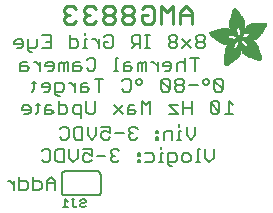
<source format=gbr>
G04 EAGLE Gerber RS-274X export*
G75*
%MOMM*%
%FSLAX34Y34*%
%LPD*%
%INSilkscreen Bottom*%
%IPPOS*%
%AMOC8*
5,1,8,0,0,1.08239X$1,22.5*%
G01*
%ADD10C,0.254000*%
%ADD11C,0.177800*%
%ADD12C,0.203200*%
%ADD13C,0.152400*%
%ADD14R,0.068600X0.007600*%
%ADD15R,0.114300X0.007600*%
%ADD16R,0.152400X0.007700*%
%ADD17R,0.182900X0.007600*%
%ADD18R,0.205700X0.007600*%
%ADD19R,0.228600X0.007600*%
%ADD20R,0.259100X0.007600*%
%ADD21R,0.274300X0.007700*%
%ADD22R,0.289500X0.007600*%
%ADD23R,0.304800X0.007600*%
%ADD24R,0.320100X0.007600*%
%ADD25R,0.342900X0.007600*%
%ADD26R,0.350500X0.007700*%
%ADD27R,0.365800X0.007600*%
%ADD28R,0.381000X0.007600*%
%ADD29R,0.388600X0.007600*%
%ADD30R,0.403800X0.007600*%
%ADD31R,0.419100X0.007700*%
%ADD32R,0.426700X0.007600*%
%ADD33R,0.441900X0.007600*%
%ADD34R,0.449600X0.007600*%
%ADD35R,0.464800X0.007600*%
%ADD36R,0.480000X0.007700*%
%ADD37R,0.487600X0.007600*%
%ADD38R,0.495300X0.007600*%
%ADD39R,0.510500X0.007600*%
%ADD40R,0.518100X0.007600*%
%ADD41R,0.525700X0.007700*%
%ADD42R,0.541000X0.007600*%
%ADD43R,0.548600X0.007600*%
%ADD44R,0.563800X0.007600*%
%ADD45R,0.571500X0.007600*%
%ADD46R,0.579100X0.007700*%
%ADD47R,0.594300X0.007600*%
%ADD48R,0.601900X0.007600*%
%ADD49R,0.609600X0.007600*%
%ADD50R,0.624800X0.007600*%
%ADD51R,0.632400X0.007700*%
%ADD52R,0.640000X0.007600*%
%ADD53R,0.655300X0.007600*%
%ADD54R,0.662900X0.007600*%
%ADD55R,0.678100X0.007600*%
%ADD56R,0.685800X0.007700*%
%ADD57R,0.693400X0.007600*%
%ADD58R,0.708600X0.007600*%
%ADD59R,0.716200X0.007600*%
%ADD60R,0.723900X0.007600*%
%ADD61R,0.739100X0.007700*%
%ADD62R,0.746700X0.007600*%
%ADD63R,0.754300X0.007600*%
%ADD64R,0.769600X0.007600*%
%ADD65R,0.777200X0.007600*%
%ADD66R,0.792400X0.007700*%
%ADD67R,0.800100X0.007600*%
%ADD68R,0.807700X0.007600*%
%ADD69R,0.822900X0.007600*%
%ADD70R,0.830500X0.007600*%
%ADD71R,0.838200X0.007700*%
%ADD72R,0.091500X0.007600*%
%ADD73R,0.853400X0.007600*%
%ADD74R,0.144700X0.007600*%
%ADD75R,0.861000X0.007600*%
%ADD76R,0.190500X0.007600*%
%ADD77R,0.876300X0.007600*%
%ADD78R,0.221000X0.007600*%
%ADD79R,0.883900X0.007600*%
%ADD80R,0.259000X0.007700*%
%ADD81R,0.891500X0.007700*%
%ADD82R,0.289600X0.007600*%
%ADD83R,0.906700X0.007600*%
%ADD84R,0.914400X0.007600*%
%ADD85R,0.350500X0.007600*%
%ADD86R,0.922000X0.007600*%
%ADD87R,0.937200X0.007600*%
%ADD88R,0.411400X0.007700*%
%ADD89R,0.944800X0.007700*%
%ADD90R,0.434300X0.007600*%
%ADD91R,0.952500X0.007600*%
%ADD92R,0.464900X0.007600*%
%ADD93R,0.967700X0.007600*%
%ADD94R,0.975300X0.007600*%
%ADD95R,0.518200X0.007600*%
%ADD96R,0.990600X0.007600*%
%ADD97R,0.548600X0.007700*%
%ADD98R,0.998200X0.007700*%
%ADD99R,1.005800X0.007600*%
%ADD100R,0.594400X0.007600*%
%ADD101R,1.021000X0.007600*%
%ADD102R,0.617200X0.007600*%
%ADD103R,1.028700X0.007600*%
%ADD104R,0.647700X0.007600*%
%ADD105R,1.036300X0.007600*%
%ADD106R,0.670500X0.007700*%
%ADD107R,1.051500X0.007700*%
%ADD108R,1.059100X0.007600*%
%ADD109R,0.716300X0.007600*%
%ADD110R,1.066800X0.007600*%
%ADD111R,0.739100X0.007600*%
%ADD112R,1.074400X0.007600*%
%ADD113R,0.762000X0.007600*%
%ADD114R,1.089600X0.007600*%
%ADD115R,0.784800X0.007700*%
%ADD116R,1.097200X0.007700*%
%ADD117R,1.104900X0.007600*%
%ADD118R,0.830600X0.007600*%
%ADD119R,1.112500X0.007600*%
%ADD120R,0.845800X0.007600*%
%ADD121R,1.120100X0.007600*%
%ADD122R,0.868700X0.007600*%
%ADD123R,1.127700X0.007600*%
%ADD124R,1.135300X0.007700*%
%ADD125R,1.143000X0.007600*%
%ADD126R,0.944900X0.007600*%
%ADD127R,1.150600X0.007600*%
%ADD128R,0.960100X0.007600*%
%ADD129R,1.158200X0.007600*%
%ADD130R,0.983000X0.007600*%
%ADD131R,1.165800X0.007600*%
%ADD132R,1.005900X0.007700*%
%ADD133R,1.173400X0.007700*%
%ADD134R,1.021100X0.007600*%
%ADD135R,1.181100X0.007600*%
%ADD136R,1.044000X0.007600*%
%ADD137R,1.188700X0.007600*%
%ADD138R,1.196300X0.007600*%
%ADD139R,1.082000X0.007600*%
%ADD140R,1.203900X0.007600*%
%ADD141R,1.104900X0.007700*%
%ADD142R,1.211500X0.007700*%
%ADD143R,1.211500X0.007600*%
%ADD144R,1.219200X0.007600*%
%ADD145R,1.226800X0.007600*%
%ADD146R,1.234400X0.007600*%
%ADD147R,1.188700X0.007700*%
%ADD148R,1.242000X0.007700*%
%ADD149R,1.242000X0.007600*%
%ADD150R,1.211600X0.007600*%
%ADD151R,1.249600X0.007600*%
%ADD152R,1.257300X0.007600*%
%ADD153R,1.264900X0.007600*%
%ADD154R,1.242100X0.007700*%
%ADD155R,1.264900X0.007700*%
%ADD156R,1.272500X0.007600*%
%ADD157R,1.265000X0.007600*%
%ADD158R,1.280100X0.007600*%
%ADD159R,1.272600X0.007600*%
%ADD160R,1.287700X0.007600*%
%ADD161R,1.287800X0.007600*%
%ADD162R,1.295400X0.007700*%
%ADD163R,1.303000X0.007600*%
%ADD164R,1.318200X0.007600*%
%ADD165R,1.310600X0.007600*%
%ADD166R,1.325900X0.007600*%
%ADD167R,1.341100X0.007700*%
%ADD168R,1.318200X0.007700*%
%ADD169R,1.341100X0.007600*%
%ADD170R,1.325800X0.007600*%
%ADD171R,1.348700X0.007600*%
%ADD172R,1.364000X0.007600*%
%ADD173R,1.333500X0.007600*%
%ADD174R,1.371600X0.007700*%
%ADD175R,1.379200X0.007600*%
%ADD176R,1.379300X0.007600*%
%ADD177R,1.386900X0.007600*%
%ADD178R,1.394500X0.007600*%
%ADD179R,1.356300X0.007600*%
%ADD180R,1.394400X0.007700*%
%ADD181R,1.356300X0.007700*%
%ADD182R,1.402000X0.007600*%
%ADD183R,1.409700X0.007600*%
%ADD184R,1.363900X0.007600*%
%ADD185R,1.417300X0.007600*%
%ADD186R,1.371600X0.007600*%
%ADD187R,1.424900X0.007700*%
%ADD188R,1.424900X0.007600*%
%ADD189R,1.432600X0.007600*%
%ADD190R,1.440200X0.007600*%
%ADD191R,1.386800X0.007600*%
%ADD192R,1.447800X0.007700*%
%ADD193R,1.386800X0.007700*%
%ADD194R,1.447800X0.007600*%
%ADD195R,1.455500X0.007600*%
%ADD196R,1.394400X0.007600*%
%ADD197R,1.463100X0.007600*%
%ADD198R,1.455400X0.007700*%
%ADD199R,1.463000X0.007600*%
%ADD200R,1.470600X0.007600*%
%ADD201R,1.470600X0.007700*%
%ADD202R,1.409700X0.007700*%
%ADD203R,1.470700X0.007600*%
%ADD204R,1.402100X0.007600*%
%ADD205R,1.478300X0.007600*%
%ADD206R,1.478300X0.007700*%
%ADD207R,1.402100X0.007700*%
%ADD208R,1.485900X0.007600*%
%ADD209R,1.485900X0.007700*%
%ADD210R,1.493500X0.007700*%
%ADD211R,1.493500X0.007600*%
%ADD212R,1.394500X0.007700*%
%ADD213R,1.493600X0.007700*%
%ADD214R,1.386900X0.007700*%
%ADD215R,1.379200X0.007700*%
%ADD216R,2.857500X0.007700*%
%ADD217R,2.857500X0.007600*%
%ADD218R,2.849900X0.007600*%
%ADD219R,2.842300X0.007600*%
%ADD220R,2.834700X0.007700*%
%ADD221R,2.827000X0.007600*%
%ADD222R,2.819400X0.007600*%
%ADD223R,2.811800X0.007600*%
%ADD224R,2.811800X0.007700*%
%ADD225R,2.804100X0.007600*%
%ADD226R,2.796500X0.007600*%
%ADD227R,1.966000X0.007600*%
%ADD228R,1.943100X0.007600*%
%ADD229R,0.754400X0.007600*%
%ADD230R,1.927900X0.007700*%
%ADD231R,0.746700X0.007700*%
%ADD232R,1.912600X0.007600*%
%ADD233R,0.731500X0.007600*%
%ADD234R,1.905000X0.007600*%
%ADD235R,1.882200X0.007600*%
%ADD236R,1.874600X0.007600*%
%ADD237R,1.866900X0.007700*%
%ADD238R,0.708700X0.007700*%
%ADD239R,1.851600X0.007600*%
%ADD240R,0.701100X0.007600*%
%ADD241R,1.844000X0.007600*%
%ADD242R,1.836400X0.007600*%
%ADD243R,1.821200X0.007600*%
%ADD244R,0.685800X0.007600*%
%ADD245R,1.813500X0.007700*%
%ADD246R,1.805900X0.007600*%
%ADD247R,0.678200X0.007600*%
%ADD248R,1.790700X0.007600*%
%ADD249R,0.670600X0.007600*%
%ADD250R,1.775500X0.007600*%
%ADD251R,1.767900X0.007700*%
%ADD252R,0.663000X0.007700*%
%ADD253R,1.760200X0.007600*%
%ADD254R,1.752600X0.007600*%
%ADD255R,0.937300X0.007600*%
%ADD256R,0.792500X0.007600*%
%ADD257R,0.899100X0.007600*%
%ADD258R,0.883900X0.007700*%
%ADD259R,0.716300X0.007700*%
%ADD260R,0.647700X0.007700*%
%ADD261R,0.640100X0.007600*%
%ADD262R,0.632500X0.007600*%
%ADD263R,0.655400X0.007600*%
%ADD264R,0.632400X0.007600*%
%ADD265R,0.845800X0.007700*%
%ADD266R,0.617200X0.007700*%
%ADD267R,0.624800X0.007700*%
%ADD268R,0.602000X0.007600*%
%ADD269R,0.838200X0.007600*%
%ADD270R,0.586700X0.007600*%
%ADD271R,0.548700X0.007600*%
%ADD272R,0.830500X0.007700*%
%ADD273R,0.541000X0.007700*%
%ADD274R,0.594300X0.007700*%
%ADD275R,0.525800X0.007600*%
%ADD276R,0.586800X0.007600*%
%ADD277R,0.815300X0.007600*%
%ADD278R,0.579200X0.007600*%
%ADD279R,0.815400X0.007600*%
%ADD280R,0.815400X0.007700*%
%ADD281R,0.571500X0.007700*%
%ADD282R,0.807800X0.007600*%
%ADD283R,0.563900X0.007600*%
%ADD284R,0.457200X0.007600*%
%ADD285R,0.442000X0.007600*%
%ADD286R,0.556300X0.007600*%
%ADD287R,0.807700X0.007700*%
%ADD288R,0.411500X0.007600*%
%ADD289R,0.533400X0.007600*%
%ADD290R,0.076200X0.007600*%
%ADD291R,0.403900X0.007600*%
%ADD292R,0.525700X0.007600*%
%ADD293R,0.388700X0.007600*%
%ADD294R,0.297200X0.007600*%
%ADD295R,0.373400X0.007700*%
%ADD296R,0.503000X0.007700*%
%ADD297R,0.426800X0.007700*%
%ADD298R,0.358100X0.007600*%
%ADD299R,0.502900X0.007600*%
%ADD300R,0.472400X0.007600*%
%ADD301R,0.487700X0.007600*%
%ADD302R,0.335300X0.007600*%
%ADD303R,0.792500X0.007700*%
%ADD304R,0.327600X0.007700*%
%ADD305R,0.472400X0.007700*%
%ADD306R,0.640000X0.007700*%
%ADD307R,0.784800X0.007600*%
%ADD308R,0.320000X0.007600*%
%ADD309R,0.792400X0.007600*%
%ADD310R,1.173400X0.007600*%
%ADD311R,1.196400X0.007600*%
%ADD312R,0.784900X0.007600*%
%ADD313R,0.784900X0.007700*%
%ADD314R,0.297200X0.007700*%
%ADD315R,1.249700X0.007600*%
%ADD316R,0.281900X0.007600*%
%ADD317R,1.295400X0.007600*%
%ADD318R,0.266700X0.007600*%
%ADD319R,0.777300X0.007700*%
%ADD320R,0.266700X0.007700*%
%ADD321R,1.333500X0.007700*%
%ADD322R,0.777300X0.007600*%
%ADD323R,1.348800X0.007600*%
%ADD324R,0.251500X0.007600*%
%ADD325R,0.243900X0.007700*%
%ADD326R,0.243900X0.007600*%
%ADD327R,1.440100X0.007600*%
%ADD328R,0.236200X0.007600*%
%ADD329R,0.762000X0.007700*%
%ADD330R,0.236200X0.007700*%
%ADD331R,1.508700X0.007700*%
%ADD332R,1.531600X0.007600*%
%ADD333R,1.546900X0.007600*%
%ADD334R,1.569700X0.007600*%
%ADD335R,1.585000X0.007600*%
%ADD336R,0.746800X0.007700*%
%ADD337R,1.607800X0.007700*%
%ADD338R,0.243800X0.007600*%
%ADD339R,1.630700X0.007600*%
%ADD340R,1.653500X0.007600*%
%ADD341R,0.739200X0.007600*%
%ADD342R,1.684000X0.007600*%
%ADD343R,2.019300X0.007600*%
%ADD344R,0.731500X0.007700*%
%ADD345R,2.026900X0.007700*%
%ADD346R,2.049800X0.007600*%
%ADD347R,2.057400X0.007600*%
%ADD348R,0.708700X0.007600*%
%ADD349R,2.072600X0.007600*%
%ADD350R,0.701000X0.007600*%
%ADD351R,2.095500X0.007600*%
%ADD352R,0.693500X0.007700*%
%ADD353R,2.110800X0.007700*%
%ADD354R,2.141200X0.007600*%
%ADD355R,0.060900X0.007600*%
%ADD356R,2.872700X0.007600*%
%ADD357R,3.124200X0.007600*%
%ADD358R,3.177600X0.007600*%
%ADD359R,3.215600X0.007700*%
%ADD360R,3.253700X0.007600*%
%ADD361R,3.284300X0.007600*%
%ADD362R,3.314700X0.007600*%
%ADD363R,3.352800X0.007600*%
%ADD364R,3.375600X0.007700*%
%ADD365R,3.406200X0.007600*%
%ADD366R,3.429000X0.007600*%
%ADD367R,3.451800X0.007600*%
%ADD368R,3.482400X0.007600*%
%ADD369R,1.828800X0.007700*%
%ADD370R,1.539300X0.007700*%
%ADD371R,1.767900X0.007600*%
%ADD372R,1.767800X0.007600*%
%ADD373R,1.760200X0.007700*%
%ADD374R,1.760300X0.007600*%
%ADD375R,1.775400X0.007700*%
%ADD376R,1.379300X0.007700*%
%ADD377R,1.783000X0.007600*%
%ADD378R,1.813500X0.007600*%
%ADD379R,1.821100X0.007700*%
%ADD380R,0.503000X0.007600*%
%ADD381R,1.135400X0.007600*%
%ADD382R,1.127700X0.007700*%
%ADD383R,0.487700X0.007700*%
%ADD384R,1.120200X0.007600*%
%ADD385R,1.097300X0.007600*%
%ADD386R,0.510600X0.007600*%
%ADD387R,1.074400X0.007700*%
%ADD388R,0.525800X0.007700*%
%ADD389R,1.440200X0.007700*%
%ADD390R,1.059200X0.007600*%
%ADD391R,1.051600X0.007600*%
%ADD392R,1.051500X0.007600*%
%ADD393R,1.043900X0.007700*%
%ADD394R,0.602000X0.007700*%
%ADD395R,1.524000X0.007600*%
%ADD396R,1.539300X0.007600*%
%ADD397R,1.592600X0.007600*%
%ADD398R,1.021100X0.007700*%
%ADD399R,1.615400X0.007700*%
%ADD400R,1.013400X0.007600*%
%ADD401R,1.653600X0.007600*%
%ADD402R,1.013500X0.007600*%
%ADD403R,1.699300X0.007600*%
%ADD404R,2.743200X0.007600*%
%ADD405R,1.005900X0.007600*%
%ADD406R,2.415500X0.007600*%
%ADD407R,1.005800X0.007700*%
%ADD408R,0.281900X0.007700*%
%ADD409R,2.408000X0.007700*%
%ADD410R,2.407900X0.007600*%
%ADD411R,0.998200X0.007600*%
%ADD412R,0.282000X0.007600*%
%ADD413R,0.998300X0.007600*%
%ADD414R,2.400300X0.007600*%
%ADD415R,0.289500X0.007700*%
%ADD416R,2.400300X0.007700*%
%ADD417R,0.297100X0.007600*%
%ADD418R,0.312400X0.007600*%
%ADD419R,2.392700X0.007600*%
%ADD420R,0.990600X0.007700*%
%ADD421R,0.327700X0.007700*%
%ADD422R,2.392700X0.007700*%
%ADD423R,2.385100X0.007600*%
%ADD424R,0.381000X0.007700*%
%ADD425R,2.377400X0.007700*%
%ADD426R,2.377400X0.007600*%
%ADD427R,2.369800X0.007600*%
%ADD428R,0.419100X0.007600*%
%ADD429R,2.362200X0.007600*%
%ADD430R,0.426800X0.007600*%
%ADD431R,1.036300X0.007700*%
%ADD432R,0.442000X0.007700*%
%ADD433R,2.354600X0.007700*%
%ADD434R,2.354600X0.007600*%
%ADD435R,0.480100X0.007600*%
%ADD436R,2.347000X0.007600*%
%ADD437R,1.074500X0.007600*%
%ADD438R,2.339400X0.007600*%
%ADD439R,1.082100X0.007700*%
%ADD440R,0.548700X0.007700*%
%ADD441R,2.331800X0.007700*%
%ADD442R,2.331800X0.007600*%
%ADD443R,0.624900X0.007600*%
%ADD444R,2.324100X0.007600*%
%ADD445R,1.859300X0.007600*%
%ADD446R,2.308800X0.007600*%
%ADD447R,2.301200X0.007700*%
%ADD448R,2.301200X0.007600*%
%ADD449R,2.293600X0.007600*%
%ADD450R,2.278400X0.007600*%
%ADD451R,1.889800X0.007600*%
%ADD452R,2.270700X0.007600*%
%ADD453R,1.897400X0.007700*%
%ADD454R,2.255500X0.007700*%
%ADD455R,1.897400X0.007600*%
%ADD456R,2.247900X0.007600*%
%ADD457R,2.232600X0.007600*%
%ADD458R,1.912700X0.007600*%
%ADD459R,2.209800X0.007600*%
%ADD460R,1.920300X0.007600*%
%ADD461R,2.186900X0.007600*%
%ADD462R,1.920300X0.007700*%
%ADD463R,2.171700X0.007700*%
%ADD464R,1.935500X0.007600*%
%ADD465R,2.148800X0.007600*%
%ADD466R,2.126000X0.007600*%
%ADD467R,1.950700X0.007600*%
%ADD468R,1.958400X0.007700*%
%ADD469R,2.042200X0.007700*%
%ADD470R,1.973600X0.007600*%
%ADD471R,1.996500X0.007600*%
%ADD472R,1.981200X0.007600*%
%ADD473R,1.988800X0.007600*%
%ADD474R,1.996400X0.007700*%
%ADD475R,1.996400X0.007600*%
%ADD476R,2.004100X0.007600*%
%ADD477R,1.874500X0.007600*%
%ADD478R,1.425000X0.007600*%
%ADD479R,2.026900X0.007600*%
%ADD480R,0.434400X0.007700*%
%ADD481R,1.364000X0.007700*%
%ADD482R,2.034500X0.007600*%
%ADD483R,0.434400X0.007600*%
%ADD484R,2.049700X0.007600*%
%ADD485R,2.065000X0.007700*%
%ADD486R,0.464800X0.007700*%
%ADD487R,1.196300X0.007700*%
%ADD488R,2.080300X0.007600*%
%ADD489R,1.158300X0.007600*%
%ADD490R,2.087900X0.007600*%
%ADD491R,0.472500X0.007600*%
%ADD492R,2.103100X0.007600*%
%ADD493R,2.118400X0.007600*%
%ADD494R,2.133600X0.007600*%
%ADD495R,2.148800X0.007700*%
%ADD496R,2.164000X0.007600*%
%ADD497R,2.171700X0.007600*%
%ADD498R,2.187000X0.007600*%
%ADD499R,0.556200X0.007600*%
%ADD500R,2.202200X0.007700*%
%ADD501R,0.556200X0.007700*%
%ADD502R,0.640100X0.007700*%
%ADD503R,0.579100X0.007600*%
%ADD504R,0.480000X0.007600*%
%ADD505R,1.752600X0.007700*%
%ADD506R,0.487600X0.007700*%
%ADD507R,0.594400X0.007700*%
%ADD508R,0.358100X0.007700*%
%ADD509R,0.099000X0.007600*%
%ADD510R,1.280200X0.007600*%
%ADD511R,1.745000X0.007600*%
%ADD512R,1.744900X0.007600*%
%ADD513R,1.737300X0.007700*%
%ADD514R,1.737400X0.007600*%
%ADD515R,1.729800X0.007600*%
%ADD516R,1.722200X0.007600*%
%ADD517R,1.722100X0.007600*%
%ADD518R,1.714500X0.007700*%
%ADD519R,1.356400X0.007700*%
%ADD520R,1.706900X0.007600*%
%ADD521R,1.356400X0.007600*%
%ADD522R,1.691700X0.007600*%
%ADD523R,1.668800X0.007700*%
%ADD524R,1.645900X0.007600*%
%ADD525R,1.623100X0.007600*%
%ADD526R,1.577400X0.007600*%
%ADD527R,1.554400X0.007600*%
%ADD528R,1.539200X0.007600*%
%ADD529R,1.524000X0.007700*%
%ADD530R,1.501100X0.007600*%
%ADD531R,1.455400X0.007600*%
%ADD532R,1.348800X0.007700*%
%ADD533R,1.318300X0.007600*%
%ADD534R,1.310600X0.007700*%
%ADD535R,1.287800X0.007700*%
%ADD536R,1.234500X0.007600*%
%ADD537R,1.226900X0.007600*%
%ADD538R,1.173500X0.007700*%
%ADD539R,1.173500X0.007600*%
%ADD540R,1.165900X0.007600*%
%ADD541R,1.143000X0.007700*%
%ADD542R,1.127800X0.007600*%
%ADD543R,1.097200X0.007600*%
%ADD544R,1.028700X0.007700*%
%ADD545R,0.982900X0.007600*%
%ADD546R,0.952500X0.007700*%
%ADD547R,0.929600X0.007600*%
%ADD548R,0.906800X0.007700*%
%ADD549R,0.906800X0.007600*%
%ADD550R,0.899200X0.007600*%
%ADD551R,0.884000X0.007600*%
%ADD552R,0.876300X0.007700*%
%ADD553R,0.830600X0.007700*%
%ADD554R,0.754400X0.007700*%
%ADD555R,0.746800X0.007600*%
%ADD556R,0.708600X0.007700*%
%ADD557R,0.678200X0.007700*%
%ADD558R,0.663000X0.007600*%
%ADD559R,0.632500X0.007700*%
%ADD560R,0.556300X0.007700*%
%ADD561R,0.518200X0.007700*%
%ADD562R,0.434300X0.007700*%
%ADD563R,0.396300X0.007700*%
%ADD564R,0.373300X0.007600*%
%ADD565R,0.365700X0.007600*%
%ADD566R,0.327700X0.007600*%
%ADD567R,0.304800X0.007700*%
%ADD568R,0.274300X0.007600*%
%ADD569R,0.243800X0.007700*%
%ADD570R,0.205800X0.007600*%
%ADD571R,0.152400X0.007600*%
%ADD572R,0.121900X0.007700*%


D10*
X183031Y195580D02*
X183031Y205749D01*
X177946Y210833D01*
X172862Y205749D01*
X172862Y195580D01*
X172862Y203207D02*
X183031Y203207D01*
X166659Y210833D02*
X166659Y195580D01*
X161575Y205749D02*
X166659Y210833D01*
X161575Y205749D02*
X156490Y210833D01*
X156490Y195580D01*
X142661Y210833D02*
X140119Y208291D01*
X142661Y210833D02*
X147745Y210833D01*
X150287Y208291D01*
X150287Y198122D01*
X147745Y195580D01*
X142661Y195580D01*
X140119Y198122D01*
X140119Y203207D01*
X145203Y203207D01*
X133916Y208291D02*
X131374Y210833D01*
X126289Y210833D01*
X123747Y208291D01*
X123747Y205749D01*
X126289Y203207D01*
X123747Y200664D01*
X123747Y198122D01*
X126289Y195580D01*
X131374Y195580D01*
X133916Y198122D01*
X133916Y200664D01*
X131374Y203207D01*
X133916Y205749D01*
X133916Y208291D01*
X131374Y203207D02*
X126289Y203207D01*
X117544Y208291D02*
X115002Y210833D01*
X109918Y210833D01*
X107376Y208291D01*
X107376Y205749D01*
X109918Y203207D01*
X107376Y200664D01*
X107376Y198122D01*
X109918Y195580D01*
X115002Y195580D01*
X117544Y198122D01*
X117544Y200664D01*
X115002Y203207D01*
X117544Y205749D01*
X117544Y208291D01*
X115002Y203207D02*
X109918Y203207D01*
X101173Y208291D02*
X98631Y210833D01*
X93546Y210833D01*
X91004Y208291D01*
X91004Y205749D01*
X93546Y203207D01*
X96088Y203207D01*
X93546Y203207D02*
X91004Y200664D01*
X91004Y198122D01*
X93546Y195580D01*
X98631Y195580D01*
X101173Y198122D01*
X84801Y208291D02*
X82259Y210833D01*
X77175Y210833D01*
X74633Y208291D01*
X74633Y205749D01*
X77175Y203207D01*
X79717Y203207D01*
X77175Y203207D02*
X74633Y200664D01*
X74633Y198122D01*
X77175Y195580D01*
X82259Y195580D01*
X84801Y198122D01*
D11*
X191882Y186445D02*
X193703Y184623D01*
X191882Y186445D02*
X188238Y186445D01*
X186416Y184623D01*
X186416Y182802D01*
X188238Y180980D01*
X186416Y179158D01*
X186416Y177336D01*
X188238Y175514D01*
X191882Y175514D01*
X193703Y177336D01*
X193703Y179158D01*
X191882Y180980D01*
X193703Y182802D01*
X193703Y184623D01*
X191882Y180980D02*
X188238Y180980D01*
X182009Y182802D02*
X174722Y175514D01*
X182009Y175514D02*
X174722Y182802D01*
X170316Y184623D02*
X168494Y186445D01*
X164850Y186445D01*
X163028Y184623D01*
X163028Y182802D01*
X164850Y180980D01*
X163028Y179158D01*
X163028Y177336D01*
X164850Y175514D01*
X168494Y175514D01*
X170316Y177336D01*
X170316Y179158D01*
X168494Y180980D01*
X170316Y182802D01*
X170316Y184623D01*
X168494Y180980D02*
X164850Y180980D01*
X146928Y175514D02*
X143284Y175514D01*
X145106Y175514D02*
X145106Y186445D01*
X146928Y186445D02*
X143284Y186445D01*
X139132Y186445D02*
X139132Y175514D01*
X139132Y186445D02*
X133666Y186445D01*
X131844Y184623D01*
X131844Y180980D01*
X133666Y179158D01*
X139132Y179158D01*
X135488Y179158D02*
X131844Y175514D01*
X110278Y186445D02*
X108456Y184623D01*
X110278Y186445D02*
X113922Y186445D01*
X115744Y184623D01*
X115744Y177336D01*
X113922Y175514D01*
X110278Y175514D01*
X108456Y177336D01*
X108456Y180980D01*
X112100Y180980D01*
X104050Y182802D02*
X104050Y175514D01*
X104050Y179158D02*
X100406Y182802D01*
X98584Y182802D01*
X94305Y182802D02*
X92483Y182802D01*
X92483Y175514D01*
X94305Y175514D02*
X90661Y175514D01*
X92483Y186445D02*
X92483Y188267D01*
X79221Y186445D02*
X79221Y175514D01*
X84687Y175514D01*
X86509Y177336D01*
X86509Y180980D01*
X84687Y182802D01*
X79221Y182802D01*
X63121Y186445D02*
X55833Y186445D01*
X63121Y186445D02*
X63121Y175514D01*
X55833Y175514D01*
X59477Y180980D02*
X63121Y180980D01*
X51427Y182802D02*
X51427Y177336D01*
X49605Y175514D01*
X44139Y175514D01*
X44139Y173692D02*
X44139Y182802D01*
X44139Y173692D02*
X45961Y171870D01*
X47783Y171870D01*
X37911Y175514D02*
X34267Y175514D01*
X37911Y175514D02*
X39733Y177336D01*
X39733Y180980D01*
X37911Y182802D01*
X34267Y182802D01*
X32445Y180980D01*
X32445Y179158D01*
X39733Y179158D01*
X185187Y167395D02*
X185187Y156464D01*
X188831Y167395D02*
X181543Y167395D01*
X177137Y167395D02*
X177137Y156464D01*
X177137Y161930D02*
X175315Y163752D01*
X171671Y163752D01*
X169849Y161930D01*
X169849Y156464D01*
X163621Y156464D02*
X159977Y156464D01*
X163621Y156464D02*
X165443Y158286D01*
X165443Y161930D01*
X163621Y163752D01*
X159977Y163752D01*
X158155Y161930D01*
X158155Y160108D01*
X165443Y160108D01*
X153749Y156464D02*
X153749Y163752D01*
X153749Y160108D02*
X150105Y163752D01*
X148283Y163752D01*
X144004Y163752D02*
X144004Y156464D01*
X144004Y163752D02*
X142182Y163752D01*
X140360Y161930D01*
X140360Y156464D01*
X140360Y161930D02*
X138538Y163752D01*
X136717Y161930D01*
X136717Y156464D01*
X130488Y163752D02*
X126844Y163752D01*
X125023Y161930D01*
X125023Y156464D01*
X130488Y156464D01*
X132310Y158286D01*
X130488Y160108D01*
X125023Y160108D01*
X120616Y167395D02*
X118794Y167395D01*
X118794Y156464D01*
X120616Y156464D02*
X116972Y156464D01*
X95661Y167395D02*
X93839Y165573D01*
X95661Y167395D02*
X99304Y167395D01*
X101126Y165573D01*
X101126Y158286D01*
X99304Y156464D01*
X95661Y156464D01*
X93839Y158286D01*
X87610Y163752D02*
X83967Y163752D01*
X82145Y161930D01*
X82145Y156464D01*
X87610Y156464D01*
X89432Y158286D01*
X87610Y160108D01*
X82145Y160108D01*
X77738Y156464D02*
X77738Y163752D01*
X75916Y163752D01*
X74095Y161930D01*
X74095Y156464D01*
X74095Y161930D02*
X72273Y163752D01*
X70451Y161930D01*
X70451Y156464D01*
X64222Y156464D02*
X60579Y156464D01*
X64222Y156464D02*
X66044Y158286D01*
X66044Y161930D01*
X64222Y163752D01*
X60579Y163752D01*
X58757Y161930D01*
X58757Y160108D01*
X66044Y160108D01*
X54350Y156464D02*
X54350Y163752D01*
X50707Y163752D02*
X54350Y160108D01*
X50707Y163752D02*
X48885Y163752D01*
X42783Y163752D02*
X39140Y163752D01*
X37318Y161930D01*
X37318Y156464D01*
X42783Y156464D01*
X44605Y158286D01*
X42783Y160108D01*
X37318Y160108D01*
X208943Y147793D02*
X208943Y140506D01*
X208943Y147793D02*
X207122Y149615D01*
X203478Y149615D01*
X201656Y147793D01*
X201656Y140506D01*
X203478Y138684D01*
X207122Y138684D01*
X208943Y140506D01*
X201656Y147793D01*
X195428Y149615D02*
X193606Y149615D01*
X191784Y147793D01*
X191784Y145972D01*
X193606Y144150D01*
X195428Y144150D01*
X197249Y145972D01*
X197249Y147793D01*
X195428Y149615D01*
X187505Y144150D02*
X180217Y144150D01*
X175811Y147793D02*
X173989Y149615D01*
X170345Y149615D01*
X168523Y147793D01*
X168523Y145972D01*
X170345Y144150D01*
X168523Y142328D01*
X168523Y140506D01*
X170345Y138684D01*
X173989Y138684D01*
X175811Y140506D01*
X175811Y142328D01*
X173989Y144150D01*
X175811Y145972D01*
X175811Y147793D01*
X173989Y144150D02*
X170345Y144150D01*
X164117Y140506D02*
X164117Y147793D01*
X162295Y149615D01*
X158651Y149615D01*
X156829Y147793D01*
X156829Y140506D01*
X158651Y138684D01*
X162295Y138684D01*
X164117Y140506D01*
X156829Y147793D01*
X138907Y149615D02*
X137085Y149615D01*
X135263Y147793D01*
X135263Y145972D01*
X137085Y144150D01*
X138907Y144150D01*
X140729Y145972D01*
X140729Y147793D01*
X138907Y149615D01*
X125518Y149615D02*
X123696Y147793D01*
X125518Y149615D02*
X129162Y149615D01*
X130984Y147793D01*
X130984Y140506D01*
X129162Y138684D01*
X125518Y138684D01*
X123696Y140506D01*
X103952Y138684D02*
X103952Y149615D01*
X107596Y149615D02*
X100308Y149615D01*
X94080Y145972D02*
X90436Y145972D01*
X88614Y144150D01*
X88614Y138684D01*
X94080Y138684D01*
X95902Y140506D01*
X94080Y142328D01*
X88614Y142328D01*
X84208Y138684D02*
X84208Y145972D01*
X84208Y142328D02*
X80564Y145972D01*
X78742Y145972D01*
X70819Y135040D02*
X68997Y135040D01*
X67175Y136862D01*
X67175Y145972D01*
X72641Y145972D01*
X74463Y144150D01*
X74463Y140506D01*
X72641Y138684D01*
X67175Y138684D01*
X60947Y138684D02*
X57303Y138684D01*
X60947Y138684D02*
X62769Y140506D01*
X62769Y144150D01*
X60947Y145972D01*
X57303Y145972D01*
X55481Y144150D01*
X55481Y142328D01*
X62769Y142328D01*
X49253Y140506D02*
X49253Y147793D01*
X49253Y140506D02*
X47431Y138684D01*
X47431Y145972D02*
X51075Y145972D01*
X214070Y130565D02*
X217714Y126922D01*
X214070Y130565D02*
X214070Y119634D01*
X217714Y119634D02*
X210426Y119634D01*
X206020Y121456D02*
X206020Y128743D01*
X204198Y130565D01*
X200554Y130565D01*
X198732Y128743D01*
X198732Y121456D01*
X200554Y119634D01*
X204198Y119634D01*
X206020Y121456D01*
X198732Y128743D01*
X182632Y130565D02*
X182632Y119634D01*
X182632Y125100D02*
X175345Y125100D01*
X175345Y130565D02*
X175345Y119634D01*
X170938Y126922D02*
X163651Y126922D01*
X170938Y119634D01*
X163651Y119634D01*
X147550Y119634D02*
X147550Y130565D01*
X143906Y126922D01*
X140263Y130565D01*
X140263Y119634D01*
X134034Y126922D02*
X130391Y126922D01*
X128569Y125100D01*
X128569Y119634D01*
X134034Y119634D01*
X135856Y121456D01*
X134034Y123278D01*
X128569Y123278D01*
X124162Y126922D02*
X116875Y119634D01*
X124162Y119634D02*
X116875Y126922D01*
X100774Y130565D02*
X100774Y121456D01*
X98952Y119634D01*
X95309Y119634D01*
X93487Y121456D01*
X93487Y130565D01*
X89080Y126922D02*
X89080Y115990D01*
X89080Y126922D02*
X83615Y126922D01*
X81793Y125100D01*
X81793Y121456D01*
X83615Y119634D01*
X89080Y119634D01*
X70099Y119634D02*
X70099Y130565D01*
X70099Y119634D02*
X75564Y119634D01*
X77386Y121456D01*
X77386Y125100D01*
X75564Y126922D01*
X70099Y126922D01*
X63870Y126922D02*
X60227Y126922D01*
X58405Y125100D01*
X58405Y119634D01*
X63870Y119634D01*
X65692Y121456D01*
X63870Y123278D01*
X58405Y123278D01*
X52177Y121456D02*
X52177Y128743D01*
X52177Y121456D02*
X50355Y119634D01*
X50355Y126922D02*
X53998Y126922D01*
X44381Y119634D02*
X40737Y119634D01*
X44381Y119634D02*
X46202Y121456D01*
X46202Y125100D01*
X44381Y126922D01*
X40737Y126922D01*
X38915Y125100D01*
X38915Y123278D01*
X46202Y123278D01*
X185555Y108975D02*
X185555Y101688D01*
X181912Y98044D01*
X178268Y101688D01*
X178268Y108975D01*
X173862Y105332D02*
X172040Y105332D01*
X172040Y98044D01*
X173862Y98044D02*
X170218Y98044D01*
X172040Y108975D02*
X172040Y110797D01*
X166066Y105332D02*
X166066Y98044D01*
X166066Y105332D02*
X160600Y105332D01*
X158778Y103510D01*
X158778Y98044D01*
X154372Y105332D02*
X152550Y105332D01*
X152550Y103510D01*
X154372Y103510D01*
X154372Y105332D01*
X154372Y99866D02*
X152550Y99866D01*
X152550Y98044D01*
X154372Y98044D01*
X154372Y99866D01*
X136831Y107153D02*
X135009Y108975D01*
X131365Y108975D01*
X129543Y107153D01*
X129543Y105332D01*
X131365Y103510D01*
X133187Y103510D01*
X131365Y103510D02*
X129543Y101688D01*
X129543Y99866D01*
X131365Y98044D01*
X135009Y98044D01*
X136831Y99866D01*
X125137Y103510D02*
X117849Y103510D01*
X113443Y108975D02*
X106155Y108975D01*
X113443Y108975D02*
X113443Y103510D01*
X109799Y105332D01*
X107977Y105332D01*
X106155Y103510D01*
X106155Y99866D01*
X107977Y98044D01*
X111621Y98044D01*
X113443Y99866D01*
X101749Y101688D02*
X101749Y108975D01*
X101749Y101688D02*
X98105Y98044D01*
X94461Y101688D01*
X94461Y108975D01*
X90055Y108975D02*
X90055Y98044D01*
X84589Y98044D01*
X82767Y99866D01*
X82767Y107153D01*
X84589Y108975D01*
X90055Y108975D01*
X72895Y108975D02*
X71073Y107153D01*
X72895Y108975D02*
X76539Y108975D01*
X78361Y107153D01*
X78361Y99866D01*
X76539Y98044D01*
X72895Y98044D01*
X71073Y99866D01*
X201147Y89925D02*
X201147Y82638D01*
X197504Y78994D01*
X193860Y82638D01*
X193860Y89925D01*
X189453Y89925D02*
X187632Y89925D01*
X187632Y78994D01*
X189453Y78994D02*
X185810Y78994D01*
X179836Y78994D02*
X176192Y78994D01*
X174370Y80816D01*
X174370Y84460D01*
X176192Y86282D01*
X179836Y86282D01*
X181658Y84460D01*
X181658Y80816D01*
X179836Y78994D01*
X166320Y75350D02*
X164498Y75350D01*
X162676Y77172D01*
X162676Y86282D01*
X168142Y86282D01*
X169964Y84460D01*
X169964Y80816D01*
X168142Y78994D01*
X162676Y78994D01*
X158270Y86282D02*
X156448Y86282D01*
X156448Y78994D01*
X158270Y78994D02*
X154626Y78994D01*
X156448Y89925D02*
X156448Y91747D01*
X148652Y86282D02*
X143186Y86282D01*
X148652Y86282D02*
X150474Y84460D01*
X150474Y80816D01*
X148652Y78994D01*
X143186Y78994D01*
X138780Y86282D02*
X136958Y86282D01*
X136958Y84460D01*
X138780Y84460D01*
X138780Y86282D01*
X138780Y80816D02*
X136958Y80816D01*
X136958Y78994D01*
X138780Y78994D01*
X138780Y80816D01*
X121239Y88103D02*
X119417Y89925D01*
X115773Y89925D01*
X113951Y88103D01*
X113951Y86282D01*
X115773Y84460D01*
X117595Y84460D01*
X115773Y84460D02*
X113951Y82638D01*
X113951Y80816D01*
X115773Y78994D01*
X119417Y78994D01*
X121239Y80816D01*
X109545Y84460D02*
X102257Y84460D01*
X97851Y89925D02*
X90563Y89925D01*
X97851Y89925D02*
X97851Y84460D01*
X94207Y86282D01*
X92385Y86282D01*
X90563Y84460D01*
X90563Y80816D01*
X92385Y78994D01*
X96029Y78994D01*
X97851Y80816D01*
X86157Y82638D02*
X86157Y89925D01*
X86157Y82638D02*
X82513Y78994D01*
X78869Y82638D01*
X78869Y89925D01*
X74463Y89925D02*
X74463Y78994D01*
X68997Y78994D01*
X67175Y80816D01*
X67175Y88103D01*
X68997Y89925D01*
X74463Y89925D01*
X57303Y89925D02*
X55481Y88103D01*
X57303Y89925D02*
X60947Y89925D01*
X62769Y88103D01*
X62769Y80816D01*
X60947Y78994D01*
X57303Y78994D01*
X55481Y80816D01*
X67244Y62787D02*
X67244Y55499D01*
X67244Y62787D02*
X63601Y66430D01*
X59957Y62787D01*
X59957Y55499D01*
X59957Y60965D02*
X67244Y60965D01*
X48263Y66430D02*
X48263Y55499D01*
X53729Y55499D01*
X55551Y57321D01*
X55551Y60965D01*
X53729Y62787D01*
X48263Y62787D01*
X36569Y66430D02*
X36569Y55499D01*
X42035Y55499D01*
X43857Y57321D01*
X43857Y60965D01*
X42035Y62787D01*
X36569Y62787D01*
X32163Y62787D02*
X32163Y55499D01*
X32163Y59143D02*
X28519Y62787D01*
X26697Y62787D01*
D12*
X74930Y71120D02*
X102870Y71120D01*
X105410Y53340D02*
X105408Y53240D01*
X105402Y53141D01*
X105392Y53041D01*
X105379Y52943D01*
X105361Y52844D01*
X105340Y52747D01*
X105315Y52651D01*
X105286Y52555D01*
X105253Y52461D01*
X105217Y52368D01*
X105177Y52277D01*
X105133Y52187D01*
X105086Y52099D01*
X105036Y52013D01*
X104982Y51929D01*
X104925Y51847D01*
X104865Y51768D01*
X104801Y51690D01*
X104735Y51616D01*
X104666Y51544D01*
X104594Y51475D01*
X104520Y51409D01*
X104442Y51345D01*
X104363Y51285D01*
X104281Y51228D01*
X104197Y51174D01*
X104111Y51124D01*
X104023Y51077D01*
X103933Y51033D01*
X103842Y50993D01*
X103749Y50957D01*
X103655Y50924D01*
X103559Y50895D01*
X103463Y50870D01*
X103366Y50849D01*
X103267Y50831D01*
X103169Y50818D01*
X103069Y50808D01*
X102970Y50802D01*
X102870Y50800D01*
X74930Y50800D02*
X74830Y50802D01*
X74731Y50808D01*
X74631Y50818D01*
X74533Y50831D01*
X74434Y50849D01*
X74337Y50870D01*
X74241Y50895D01*
X74145Y50924D01*
X74051Y50957D01*
X73958Y50993D01*
X73867Y51033D01*
X73777Y51077D01*
X73689Y51124D01*
X73603Y51174D01*
X73519Y51228D01*
X73437Y51285D01*
X73358Y51345D01*
X73280Y51409D01*
X73206Y51475D01*
X73134Y51544D01*
X73065Y51616D01*
X72999Y51690D01*
X72935Y51768D01*
X72875Y51847D01*
X72818Y51929D01*
X72764Y52013D01*
X72714Y52099D01*
X72667Y52187D01*
X72623Y52277D01*
X72583Y52368D01*
X72547Y52461D01*
X72514Y52555D01*
X72485Y52651D01*
X72460Y52747D01*
X72439Y52844D01*
X72421Y52943D01*
X72408Y53041D01*
X72398Y53141D01*
X72392Y53240D01*
X72390Y53340D01*
X72390Y68580D02*
X72392Y68680D01*
X72398Y68779D01*
X72408Y68879D01*
X72421Y68977D01*
X72439Y69076D01*
X72460Y69173D01*
X72485Y69269D01*
X72514Y69365D01*
X72547Y69459D01*
X72583Y69552D01*
X72623Y69643D01*
X72667Y69733D01*
X72714Y69821D01*
X72764Y69907D01*
X72818Y69991D01*
X72875Y70073D01*
X72935Y70152D01*
X72999Y70230D01*
X73065Y70304D01*
X73134Y70376D01*
X73206Y70445D01*
X73280Y70511D01*
X73358Y70575D01*
X73437Y70635D01*
X73519Y70692D01*
X73603Y70746D01*
X73689Y70796D01*
X73777Y70843D01*
X73867Y70887D01*
X73958Y70927D01*
X74051Y70963D01*
X74145Y70996D01*
X74241Y71025D01*
X74337Y71050D01*
X74434Y71071D01*
X74533Y71089D01*
X74631Y71102D01*
X74731Y71112D01*
X74830Y71118D01*
X74930Y71120D01*
X102870Y71120D02*
X102970Y71118D01*
X103069Y71112D01*
X103169Y71102D01*
X103267Y71089D01*
X103366Y71071D01*
X103463Y71050D01*
X103559Y71025D01*
X103655Y70996D01*
X103749Y70963D01*
X103842Y70927D01*
X103933Y70887D01*
X104023Y70843D01*
X104111Y70796D01*
X104197Y70746D01*
X104281Y70692D01*
X104363Y70635D01*
X104442Y70575D01*
X104520Y70511D01*
X104594Y70445D01*
X104666Y70376D01*
X104735Y70304D01*
X104801Y70230D01*
X104865Y70152D01*
X104925Y70073D01*
X104982Y69991D01*
X105036Y69907D01*
X105086Y69821D01*
X105133Y69733D01*
X105177Y69643D01*
X105217Y69552D01*
X105253Y69459D01*
X105286Y69365D01*
X105315Y69269D01*
X105340Y69173D01*
X105361Y69076D01*
X105379Y68977D01*
X105392Y68879D01*
X105402Y68779D01*
X105408Y68680D01*
X105410Y68580D01*
X105410Y53340D01*
X72390Y53340D02*
X72390Y68580D01*
X74930Y50800D02*
X102870Y50800D01*
D13*
X89506Y47504D02*
X88404Y46402D01*
X89506Y47504D02*
X91709Y47504D01*
X92810Y46402D01*
X92810Y45300D01*
X91709Y44199D01*
X89506Y44199D01*
X88404Y43097D01*
X88404Y41996D01*
X89506Y40894D01*
X91709Y40894D01*
X92810Y41996D01*
X85326Y41996D02*
X84225Y40894D01*
X83123Y40894D01*
X82022Y41996D01*
X82022Y47504D01*
X83123Y47504D02*
X80920Y47504D01*
X77842Y45300D02*
X75639Y47504D01*
X75639Y40894D01*
X77842Y40894D02*
X73436Y40894D01*
D14*
X212242Y160020D03*
D15*
X212243Y160096D03*
D16*
X212280Y160173D03*
D17*
X212281Y160249D03*
D18*
X212243Y160325D03*
D19*
X212280Y160401D03*
D20*
X212281Y160477D03*
D21*
X212281Y160554D03*
D22*
X212281Y160630D03*
D23*
X212357Y160706D03*
D24*
X212357Y160782D03*
D25*
X212395Y160858D03*
D26*
X212433Y160935D03*
D27*
X212433Y161011D03*
D28*
X212509Y161087D03*
D29*
X212547Y161163D03*
D30*
X212547Y161239D03*
D31*
X212624Y161316D03*
D32*
X212662Y161392D03*
D33*
X212738Y161468D03*
D34*
X212776Y161544D03*
D35*
X212776Y161620D03*
D36*
X212852Y161697D03*
D37*
X212890Y161773D03*
D38*
X212929Y161849D03*
D39*
X213005Y161925D03*
D40*
X213043Y162001D03*
D41*
X213081Y162078D03*
D42*
X213157Y162154D03*
D43*
X213195Y162230D03*
D44*
X213271Y162306D03*
D45*
X213310Y162382D03*
D46*
X213348Y162459D03*
D47*
X213424Y162535D03*
D48*
X213462Y162611D03*
D49*
X213500Y162687D03*
D50*
X213576Y162763D03*
D51*
X213614Y162840D03*
D52*
X213652Y162916D03*
D53*
X213729Y162992D03*
D54*
X213767Y163068D03*
D55*
X213843Y163144D03*
D56*
X213881Y163221D03*
D57*
X213919Y163297D03*
D58*
X213995Y163373D03*
D59*
X214033Y163449D03*
D60*
X214072Y163525D03*
D61*
X214148Y163602D03*
D62*
X214186Y163678D03*
D63*
X214224Y163754D03*
D64*
X214300Y163830D03*
D65*
X214338Y163906D03*
D66*
X214414Y163983D03*
D67*
X214453Y164059D03*
D68*
X214491Y164135D03*
D69*
X214567Y164211D03*
D70*
X214605Y164287D03*
D71*
X214643Y164364D03*
D72*
X240170Y164440D03*
D73*
X214719Y164440D03*
D74*
X240132Y164516D03*
D75*
X214757Y164516D03*
D76*
X240056Y164592D03*
D77*
X214834Y164592D03*
D78*
X239979Y164668D03*
D79*
X214872Y164668D03*
D80*
X239941Y164745D03*
D81*
X214910Y164745D03*
D82*
X239865Y164821D03*
D83*
X214986Y164821D03*
D24*
X239789Y164897D03*
D84*
X215024Y164897D03*
D85*
X239713Y164973D03*
D86*
X215062Y164973D03*
D28*
X239636Y165049D03*
D87*
X215138Y165049D03*
D88*
X239560Y165126D03*
D89*
X215176Y165126D03*
D90*
X239446Y165202D03*
D91*
X215215Y165202D03*
D92*
X239370Y165278D03*
D93*
X215291Y165278D03*
D38*
X239294Y165354D03*
D94*
X215329Y165354D03*
D95*
X239179Y165430D03*
D96*
X215405Y165430D03*
D97*
X239103Y165507D03*
D98*
X215443Y165507D03*
D45*
X238989Y165583D03*
D99*
X215481Y165583D03*
D100*
X238874Y165659D03*
D101*
X215557Y165659D03*
D102*
X238760Y165735D03*
D103*
X215596Y165735D03*
D104*
X238684Y165811D03*
D105*
X215634Y165811D03*
D106*
X238570Y165888D03*
D107*
X215710Y165888D03*
D57*
X238455Y165964D03*
D108*
X215748Y165964D03*
D109*
X238341Y166040D03*
D110*
X215786Y166040D03*
D111*
X238227Y166116D03*
D112*
X215824Y166116D03*
D113*
X238112Y166192D03*
D114*
X215900Y166192D03*
D115*
X237998Y166269D03*
D116*
X215938Y166269D03*
D68*
X237884Y166345D03*
D117*
X215977Y166345D03*
D118*
X237769Y166421D03*
D119*
X216015Y166421D03*
D120*
X237617Y166497D03*
D121*
X216053Y166497D03*
D122*
X237503Y166573D03*
D123*
X216091Y166573D03*
D81*
X237389Y166650D03*
D124*
X216129Y166650D03*
D86*
X237236Y166726D03*
D125*
X216167Y166726D03*
D126*
X237122Y166802D03*
D127*
X216205Y166802D03*
D128*
X236970Y166878D03*
D129*
X216243Y166878D03*
D130*
X236855Y166954D03*
D131*
X216281Y166954D03*
D132*
X236741Y167031D03*
D133*
X216319Y167031D03*
D134*
X236589Y167107D03*
D135*
X216358Y167107D03*
D136*
X236474Y167183D03*
D137*
X216396Y167183D03*
D110*
X236360Y167259D03*
D138*
X216434Y167259D03*
D139*
X236207Y167335D03*
D140*
X216472Y167335D03*
D141*
X236093Y167412D03*
D142*
X216510Y167412D03*
D121*
X236017Y167488D03*
D143*
X216510Y167488D03*
D125*
X235902Y167564D03*
D144*
X216548Y167564D03*
D127*
X235788Y167640D03*
D145*
X216586Y167640D03*
D131*
X235712Y167716D03*
D146*
X216624Y167716D03*
D147*
X235598Y167793D03*
D148*
X216662Y167793D03*
D138*
X235484Y167869D03*
D149*
X216662Y167869D03*
D150*
X235407Y167945D03*
D151*
X216700Y167945D03*
D145*
X235331Y168021D03*
D152*
X216739Y168021D03*
D145*
X235255Y168097D03*
D153*
X216777Y168097D03*
D154*
X235179Y168174D03*
D155*
X216777Y168174D03*
D152*
X235103Y168250D03*
D156*
X216815Y168250D03*
D157*
X234988Y168326D03*
D158*
X216853Y168326D03*
D159*
X234950Y168402D03*
D160*
X216891Y168402D03*
D161*
X234874Y168478D03*
D160*
X216891Y168478D03*
D162*
X234759Y168555D03*
X216929Y168555D03*
D163*
X234721Y168631D03*
X216967Y168631D03*
D164*
X234645Y168707D03*
D163*
X216967Y168707D03*
D164*
X234569Y168783D03*
D165*
X217005Y168783D03*
D166*
X234531Y168859D03*
D165*
X217005Y168859D03*
D167*
X234455Y168936D03*
D168*
X217043Y168936D03*
D169*
X234379Y169012D03*
D170*
X217081Y169012D03*
D171*
X234341Y169088D03*
D170*
X217081Y169088D03*
D172*
X234264Y169164D03*
D173*
X217120Y169164D03*
D172*
X234188Y169240D03*
D173*
X217120Y169240D03*
D174*
X234150Y169317D03*
D167*
X217158Y169317D03*
D175*
X234112Y169393D03*
D169*
X217158Y169393D03*
D176*
X234036Y169469D03*
D171*
X217196Y169469D03*
D177*
X233998Y169545D03*
D171*
X217196Y169545D03*
D178*
X233960Y169621D03*
D179*
X217234Y169621D03*
D180*
X233883Y169698D03*
D181*
X217234Y169698D03*
D182*
X233845Y169774D03*
D179*
X217234Y169774D03*
D183*
X233807Y169850D03*
D184*
X217272Y169850D03*
D183*
X233731Y169926D03*
D184*
X217272Y169926D03*
D185*
X233693Y170002D03*
D186*
X217310Y170002D03*
D187*
X233655Y170079D03*
D174*
X217310Y170079D03*
D188*
X233579Y170155D03*
D186*
X217310Y170155D03*
D189*
X233540Y170231D03*
D175*
X217348Y170231D03*
D190*
X233502Y170307D03*
D175*
X217348Y170307D03*
D190*
X233426Y170383D03*
D191*
X217386Y170383D03*
D192*
X233388Y170460D03*
D193*
X217386Y170460D03*
D194*
X233388Y170536D03*
D191*
X217386Y170536D03*
D194*
X233312Y170612D03*
D191*
X217386Y170612D03*
D195*
X233274Y170688D03*
D196*
X217424Y170688D03*
D197*
X233236Y170764D03*
D196*
X217424Y170764D03*
D198*
X233197Y170841D03*
D180*
X217424Y170841D03*
D199*
X233159Y170917D03*
D182*
X217462Y170917D03*
D200*
X233121Y170993D03*
D182*
X217462Y170993D03*
D199*
X233083Y171069D03*
D182*
X217462Y171069D03*
D200*
X233045Y171145D03*
D182*
X217462Y171145D03*
D201*
X233045Y171222D03*
D202*
X217501Y171222D03*
D203*
X232969Y171298D03*
D204*
X217539Y171298D03*
D205*
X232931Y171374D03*
D204*
X217539Y171374D03*
D205*
X232931Y171450D03*
D204*
X217539Y171450D03*
D205*
X232855Y171526D03*
D204*
X217539Y171526D03*
D206*
X232855Y171603D03*
D207*
X217539Y171603D03*
D208*
X232817Y171679D03*
D183*
X217577Y171679D03*
D205*
X232779Y171755D03*
D183*
X217577Y171755D03*
D208*
X232741Y171831D03*
D183*
X217577Y171831D03*
D208*
X232741Y171907D03*
D183*
X217577Y171907D03*
D209*
X232664Y171984D03*
D202*
X217577Y171984D03*
D208*
X232664Y172060D03*
D183*
X217577Y172060D03*
D208*
X232664Y172136D03*
D183*
X217577Y172136D03*
D208*
X232588Y172212D03*
D204*
X217615Y172212D03*
D208*
X232588Y172288D03*
D204*
X217615Y172288D03*
D210*
X232550Y172365D03*
D207*
X217615Y172365D03*
D208*
X232512Y172441D03*
D204*
X217615Y172441D03*
D208*
X232512Y172517D03*
D204*
X217615Y172517D03*
D211*
X232474Y172593D03*
D204*
X217615Y172593D03*
D208*
X232436Y172669D03*
D204*
X217615Y172669D03*
D209*
X232436Y172746D03*
D212*
X217653Y172746D03*
D211*
X232398Y172822D03*
D178*
X217653Y172822D03*
D208*
X232360Y172898D03*
D178*
X217653Y172898D03*
D208*
X232360Y172974D03*
D178*
X217653Y172974D03*
D208*
X232360Y173050D03*
D178*
X217653Y173050D03*
D213*
X232321Y173127D03*
D214*
X217691Y173127D03*
D208*
X232283Y173203D03*
D177*
X217691Y173203D03*
D208*
X232283Y173279D03*
D177*
X217691Y173279D03*
D211*
X232245Y173355D03*
D177*
X217691Y173355D03*
D208*
X232207Y173431D03*
D175*
X217729Y173431D03*
D209*
X232207Y173508D03*
D215*
X217729Y173508D03*
D211*
X232169Y173584D03*
D175*
X217729Y173584D03*
D208*
X232131Y173660D03*
D175*
X217729Y173660D03*
D208*
X232131Y173736D03*
D186*
X217767Y173736D03*
D208*
X232131Y173812D03*
D186*
X217767Y173812D03*
D216*
X225197Y173889D03*
D217*
X225197Y173965D03*
D218*
X225235Y174041D03*
D219*
X225197Y174117D03*
X225197Y174193D03*
D220*
X225235Y174270D03*
D221*
X225196Y174346D03*
X225196Y174422D03*
D222*
X225234Y174498D03*
D223*
X225196Y174574D03*
D224*
X225196Y174651D03*
D225*
X225235Y174727D03*
D226*
X225197Y174803D03*
D227*
X229349Y174879D03*
D64*
X215138Y174879D03*
D228*
X229464Y174955D03*
D229*
X215062Y174955D03*
D230*
X229464Y175032D03*
D231*
X215024Y175032D03*
D232*
X229540Y175108D03*
D233*
X215024Y175108D03*
D234*
X229578Y175184D03*
D233*
X215024Y175184D03*
D235*
X229616Y175260D03*
D109*
X215024Y175260D03*
D236*
X229654Y175336D03*
D109*
X215024Y175336D03*
D237*
X229693Y175413D03*
D238*
X215062Y175413D03*
D239*
X229692Y175489D03*
D240*
X215024Y175489D03*
D241*
X229730Y175565D03*
D57*
X215062Y175565D03*
D242*
X229768Y175641D03*
D57*
X215062Y175641D03*
D243*
X229768Y175717D03*
D244*
X215100Y175717D03*
D245*
X229807Y175794D03*
D56*
X215100Y175794D03*
D246*
X229845Y175870D03*
D247*
X215138Y175870D03*
D248*
X229845Y175946D03*
D247*
X215138Y175946D03*
D248*
X229845Y176022D03*
D249*
X215176Y176022D03*
D250*
X229845Y176098D03*
D249*
X215176Y176098D03*
D251*
X229883Y176175D03*
D252*
X215214Y176175D03*
D253*
X229921Y176251D03*
D53*
X215253Y176251D03*
D254*
X229883Y176327D03*
D53*
X215253Y176327D03*
D255*
X233960Y176403D03*
D256*
X225159Y176403D03*
D104*
X215291Y176403D03*
D257*
X234074Y176479D03*
D111*
X224968Y176479D03*
D104*
X215367Y176479D03*
D258*
X234150Y176556D03*
D259*
X224854Y176556D03*
D260*
X215367Y176556D03*
D122*
X234150Y176632D03*
D57*
X224815Y176632D03*
D261*
X215405Y176632D03*
D122*
X234150Y176708D03*
D249*
X224777Y176708D03*
D262*
X215443Y176708D03*
D73*
X234150Y176784D03*
D263*
X224701Y176784D03*
D50*
X215481Y176784D03*
D73*
X234150Y176860D03*
D264*
X224663Y176860D03*
D50*
X215481Y176860D03*
D265*
X234112Y176937D03*
D266*
X224587Y176937D03*
D267*
X215557Y176937D03*
D120*
X234112Y177013D03*
D268*
X224587Y177013D03*
D102*
X215595Y177013D03*
D269*
X234074Y177089D03*
D270*
X224511Y177089D03*
D49*
X215633Y177089D03*
D269*
X234074Y177165D03*
D45*
X224511Y177165D03*
D268*
X215671Y177165D03*
D70*
X234036Y177241D03*
D271*
X224473Y177241D03*
D48*
X215748Y177241D03*
D272*
X234036Y177318D03*
D273*
X224434Y177318D03*
D274*
X215786Y177318D03*
D69*
X233998Y177394D03*
D275*
X224434Y177394D03*
D270*
X215824Y177394D03*
D69*
X233998Y177470D03*
D95*
X224396Y177470D03*
D276*
X215900Y177470D03*
D277*
X233960Y177546D03*
D38*
X224359Y177546D03*
D278*
X215938Y177546D03*
D279*
X233883Y177622D03*
D37*
X224320Y177622D03*
D45*
X215977Y177622D03*
D280*
X233883Y177699D03*
D36*
X224282Y177699D03*
D281*
X216053Y177699D03*
D282*
X233845Y177775D03*
D35*
X224282Y177775D03*
D283*
X216091Y177775D03*
D279*
X233807Y177851D03*
D284*
X224244Y177851D03*
D283*
X216167Y177851D03*
D68*
X233769Y177927D03*
D285*
X224244Y177927D03*
D286*
X216205Y177927D03*
D67*
X233731Y178003D03*
D90*
X224206Y178003D03*
D42*
X216281Y178003D03*
D287*
X233693Y178080D03*
D31*
X224206Y178080D03*
D273*
X216357Y178080D03*
D67*
X233655Y178156D03*
D288*
X224168Y178156D03*
D289*
X216395Y178156D03*
D290*
X211442Y178156D03*
D67*
X233579Y178232D03*
D291*
X224130Y178232D03*
D292*
X216510Y178232D03*
D78*
X211404Y178232D03*
D67*
X233579Y178308D03*
D293*
X224130Y178308D03*
D40*
X216548Y178308D03*
D294*
X211404Y178308D03*
D67*
X233503Y178384D03*
D28*
X224091Y178384D03*
D95*
X216624Y178384D03*
D27*
X211366Y178384D03*
D66*
X233464Y178461D03*
D295*
X224053Y178461D03*
D296*
X216700Y178461D03*
D297*
X211366Y178461D03*
D256*
X233388Y178537D03*
D298*
X224054Y178537D03*
D299*
X216777Y178537D03*
D300*
X211366Y178537D03*
D67*
X233350Y178613D03*
D298*
X224054Y178613D03*
D301*
X216853Y178613D03*
D95*
X211366Y178613D03*
D256*
X233312Y178689D03*
D85*
X224016Y178689D03*
D301*
X216929Y178689D03*
D44*
X211366Y178689D03*
D256*
X233236Y178765D03*
D302*
X224016Y178765D03*
D300*
X217005Y178765D03*
D268*
X211328Y178765D03*
D303*
X233160Y178842D03*
D304*
X223977Y178842D03*
D305*
X217081Y178842D03*
D306*
X211366Y178842D03*
D307*
X233121Y178918D03*
D308*
X223939Y178918D03*
D284*
X217157Y178918D03*
D244*
X211366Y178918D03*
D309*
X233083Y178994D03*
D308*
X223939Y178994D03*
D310*
X213652Y178994D03*
D256*
X233007Y179070D03*
D23*
X223939Y179070D03*
D311*
X213614Y179070D03*
D312*
X232969Y179146D03*
D294*
X223901Y179146D03*
D150*
X213538Y179146D03*
D313*
X232893Y179223D03*
D314*
X223901Y179223D03*
D154*
X213462Y179223D03*
D312*
X232817Y179299D03*
D82*
X223863Y179299D03*
D315*
X213424Y179299D03*
D307*
X232740Y179375D03*
D316*
X223825Y179375D03*
D156*
X213386Y179375D03*
D307*
X232664Y179451D03*
D316*
X223825Y179451D03*
D317*
X213347Y179451D03*
D65*
X232626Y179527D03*
D318*
X223825Y179527D03*
D165*
X213271Y179527D03*
D319*
X232550Y179604D03*
D320*
X223825Y179604D03*
D321*
X213233Y179604D03*
D322*
X232474Y179680D03*
D20*
X223787Y179680D03*
D323*
X213233Y179680D03*
D65*
X232397Y179756D03*
D20*
X223787Y179756D03*
D186*
X213195Y179756D03*
D65*
X232321Y179832D03*
D324*
X223749Y179832D03*
D177*
X213119Y179832D03*
D65*
X232245Y179908D03*
D324*
X223749Y179908D03*
D204*
X213119Y179908D03*
D319*
X232169Y179985D03*
D325*
X223711Y179985D03*
D187*
X213081Y179985D03*
D64*
X232054Y180061D03*
D326*
X223711Y180061D03*
D327*
X213081Y180061D03*
D64*
X231978Y180137D03*
D328*
X223672Y180137D03*
D195*
X213081Y180137D03*
D64*
X231902Y180213D03*
D328*
X223672Y180213D03*
D205*
X213043Y180213D03*
D64*
X231826Y180289D03*
D19*
X223634Y180289D03*
D211*
X213043Y180289D03*
D329*
X231711Y180366D03*
D330*
X223596Y180366D03*
D331*
X213043Y180366D03*
D113*
X231635Y180442D03*
D328*
X223596Y180442D03*
D332*
X213004Y180442D03*
D113*
X231483Y180518D03*
D328*
X223596Y180518D03*
D333*
X213005Y180518D03*
D113*
X231407Y180594D03*
D19*
X223558Y180594D03*
D334*
X212967Y180594D03*
D229*
X231292Y180670D03*
D328*
X223520Y180670D03*
D335*
X212966Y180670D03*
D336*
X231178Y180747D03*
D330*
X223520Y180747D03*
D337*
X213004Y180747D03*
D62*
X231026Y180823D03*
D338*
X223482Y180823D03*
D339*
X212967Y180823D03*
D62*
X230950Y180899D03*
D324*
X223444Y180899D03*
D340*
X213005Y180899D03*
D341*
X230759Y180975D03*
D318*
X223368Y180975D03*
D342*
X213004Y180975D03*
D233*
X230645Y181051D03*
D343*
X214605Y181051D03*
D344*
X230493Y181128D03*
D345*
X214567Y181128D03*
D60*
X230302Y181204D03*
D346*
X214528Y181204D03*
D109*
X230112Y181280D03*
D347*
X214490Y181280D03*
D348*
X229921Y181356D03*
D349*
X214490Y181356D03*
D350*
X229730Y181432D03*
D351*
X214453Y181432D03*
D352*
X229464Y181509D03*
D353*
X214452Y181509D03*
D57*
X229235Y181585D03*
D354*
X214452Y181585D03*
D355*
X233693Y181661D03*
D356*
X218034Y181661D03*
D357*
X219215Y181737D03*
D358*
X219329Y181813D03*
D359*
X219443Y181890D03*
D360*
X219482Y181966D03*
D361*
X219558Y182042D03*
D362*
X219634Y182118D03*
D363*
X219672Y182194D03*
D364*
X219710Y182271D03*
D365*
X219710Y182347D03*
D366*
X219748Y182423D03*
D367*
X219786Y182499D03*
D368*
X219786Y182575D03*
D369*
X228206Y182652D03*
D370*
X209995Y182652D03*
D248*
X228550Y182728D03*
D208*
X209652Y182728D03*
D371*
X228740Y182804D03*
D199*
X209385Y182804D03*
D372*
X228892Y182880D03*
D190*
X209194Y182880D03*
D371*
X229045Y182956D03*
D188*
X208966Y182956D03*
D373*
X229159Y183033D03*
D202*
X208814Y183033D03*
D253*
X229311Y183109D03*
D196*
X208661Y183109D03*
D253*
X229387Y183185D03*
D178*
X208509Y183185D03*
D374*
X229464Y183261D03*
D191*
X208394Y183261D03*
D250*
X229540Y183337D03*
D175*
X208204Y183337D03*
D375*
X229616Y183414D03*
D376*
X208128Y183414D03*
D377*
X229654Y183490D03*
D186*
X208013Y183490D03*
D248*
X229693Y183566D03*
D186*
X207861Y183566D03*
D246*
X229769Y183642D03*
D186*
X207785Y183642D03*
D378*
X229807Y183718D03*
D172*
X207670Y183718D03*
D379*
X229845Y183795D03*
D174*
X207556Y183795D03*
D144*
X232931Y183871D03*
D292*
X223368Y183871D03*
D186*
X207480Y183871D03*
D135*
X233198Y183947D03*
D380*
X223177Y183947D03*
D176*
X207366Y183947D03*
D129*
X233388Y184023D03*
D301*
X223101Y184023D03*
D175*
X207289Y184023D03*
D381*
X233578Y184099D03*
D301*
X223025Y184099D03*
D191*
X207251Y184099D03*
D382*
X233693Y184176D03*
D383*
X222949Y184176D03*
D180*
X207137Y184176D03*
D384*
X233883Y184252D03*
D38*
X222911Y184252D03*
D178*
X207061Y184252D03*
D119*
X233998Y184328D03*
D38*
X222835Y184328D03*
D183*
X206985Y184328D03*
D385*
X234150Y184404D03*
D380*
X222796Y184404D03*
D185*
X206947Y184404D03*
D139*
X234226Y184480D03*
D386*
X222758Y184480D03*
D188*
X206909Y184480D03*
D387*
X234340Y184557D03*
D388*
X222682Y184557D03*
D389*
X206832Y184557D03*
D110*
X234455Y184633D03*
D289*
X222644Y184633D03*
D194*
X206794Y184633D03*
D390*
X234569Y184709D03*
D271*
X222568Y184709D03*
D199*
X206718Y184709D03*
D391*
X234683Y184785D03*
D283*
X222492Y184785D03*
D203*
X206680Y184785D03*
D392*
X234760Y184861D03*
D278*
X222415Y184861D03*
D208*
X206680Y184861D03*
D393*
X234874Y184938D03*
D394*
X222377Y184938D03*
D331*
X206642Y184938D03*
D136*
X234950Y185014D03*
D102*
X222301Y185014D03*
D395*
X206642Y185014D03*
D105*
X235065Y185090D03*
D104*
X222225Y185090D03*
D396*
X206642Y185090D03*
D105*
X235141Y185166D03*
D249*
X222110Y185166D03*
D334*
X206642Y185166D03*
D134*
X235217Y185242D03*
D350*
X222034Y185242D03*
D397*
X206680Y185242D03*
D398*
X235293Y185319D03*
D61*
X221920Y185319D03*
D399*
X206718Y185319D03*
D400*
X235407Y185395D03*
D65*
X221729Y185395D03*
D401*
X206756Y185395D03*
D402*
X235484Y185471D03*
D118*
X221539Y185471D03*
D403*
X206909Y185471D03*
D402*
X235560Y185547D03*
D404*
X212052Y185547D03*
D405*
X235598Y185623D03*
D82*
X224396Y185623D03*
D406*
X210338Y185623D03*
D407*
X235674Y185700D03*
D408*
X224511Y185700D03*
D409*
X210223Y185700D03*
D99*
X235750Y185776D03*
D316*
X224587Y185776D03*
D410*
X210147Y185776D03*
D411*
X235788Y185852D03*
D412*
X224663Y185852D03*
D410*
X210071Y185852D03*
D411*
X235864Y185928D03*
D82*
X224701Y185928D03*
D410*
X209995Y185928D03*
D413*
X235941Y186004D03*
D82*
X224777Y186004D03*
D414*
X209957Y186004D03*
D98*
X236017Y186081D03*
D415*
X224854Y186081D03*
D416*
X209881Y186081D03*
D96*
X236055Y186157D03*
D417*
X224892Y186157D03*
D414*
X209804Y186157D03*
D96*
X236131Y186233D03*
D23*
X225006Y186233D03*
D414*
X209804Y186233D03*
D411*
X236169Y186309D03*
D418*
X225044Y186309D03*
D419*
X209766Y186309D03*
D411*
X236245Y186385D03*
D308*
X225082Y186385D03*
D419*
X209690Y186385D03*
D420*
X236283Y186462D03*
D421*
X225197Y186462D03*
D422*
X209690Y186462D03*
D413*
X236322Y186538D03*
D302*
X225235Y186538D03*
D423*
X209652Y186538D03*
D411*
X236398Y186614D03*
D85*
X225311Y186614D03*
D423*
X209652Y186614D03*
D99*
X236436Y186690D03*
D298*
X225349Y186690D03*
D423*
X209576Y186690D03*
D411*
X236474Y186766D03*
D27*
X225463Y186766D03*
D423*
X209576Y186766D03*
D407*
X236512Y186843D03*
D424*
X225539Y186843D03*
D425*
X209537Y186843D03*
D400*
X236550Y186919D03*
D29*
X225577Y186919D03*
D426*
X209537Y186919D03*
D400*
X236550Y186995D03*
D291*
X225654Y186995D03*
D427*
X209499Y186995D03*
D134*
X236589Y187071D03*
D428*
X225730Y187071D03*
D429*
X209537Y187071D03*
D103*
X236627Y187147D03*
D430*
X225844Y187147D03*
D429*
X209537Y187147D03*
D431*
X236665Y187224D03*
D432*
X225920Y187224D03*
D433*
X209499Y187224D03*
D105*
X236665Y187300D03*
D92*
X226035Y187300D03*
D434*
X209499Y187300D03*
D392*
X236665Y187376D03*
D435*
X226111Y187376D03*
D436*
X209461Y187376D03*
D108*
X236703Y187452D03*
D380*
X226225Y187452D03*
D436*
X209461Y187452D03*
D437*
X236703Y187528D03*
D275*
X226339Y187528D03*
D438*
X209499Y187528D03*
D439*
X236665Y187605D03*
D440*
X226454Y187605D03*
D441*
X209461Y187605D03*
D117*
X236627Y187681D03*
D278*
X226606Y187681D03*
D442*
X209461Y187681D03*
D125*
X236512Y187757D03*
D443*
X226835Y187757D03*
D444*
X209500Y187757D03*
D445*
X233007Y187833D03*
D444*
X209500Y187833D03*
D445*
X233007Y187909D03*
D446*
X209499Y187909D03*
D237*
X233045Y187986D03*
D447*
X209537Y187986D03*
D236*
X233083Y188062D03*
D448*
X209537Y188062D03*
D236*
X233083Y188138D03*
D449*
X209575Y188138D03*
D235*
X233121Y188214D03*
D450*
X209575Y188214D03*
D451*
X233159Y188290D03*
D452*
X209614Y188290D03*
D453*
X233197Y188367D03*
D454*
X209690Y188367D03*
D455*
X233197Y188443D03*
D456*
X209728Y188443D03*
D234*
X233235Y188519D03*
D457*
X209804Y188519D03*
D458*
X233274Y188595D03*
D459*
X209842Y188595D03*
D460*
X233312Y188671D03*
D461*
X209957Y188671D03*
D462*
X233312Y188748D03*
D463*
X210033Y188748D03*
D464*
X233312Y188824D03*
D465*
X210147Y188824D03*
D228*
X233350Y188900D03*
D466*
X210261Y188900D03*
D467*
X233388Y188976D03*
D351*
X210414Y188976D03*
D467*
X233388Y189052D03*
D349*
X210528Y189052D03*
D468*
X233426Y189129D03*
D469*
X210604Y189129D03*
D227*
X233464Y189205D03*
D343*
X210719Y189205D03*
D470*
X233502Y189281D03*
D471*
X210833Y189281D03*
D472*
X233464Y189357D03*
D470*
X210947Y189357D03*
D473*
X233502Y189433D03*
D467*
X211062Y189433D03*
D474*
X233540Y189510D03*
D230*
X211176Y189510D03*
D475*
X233540Y189586D03*
D455*
X211328Y189586D03*
D476*
X233579Y189662D03*
D477*
X211443Y189662D03*
D343*
X233579Y189738D03*
D428*
X218720Y189738D03*
D478*
X209423Y189738D03*
D479*
X233617Y189814D03*
D32*
X218682Y189814D03*
D196*
X209499Y189814D03*
D345*
X233617Y189891D03*
D480*
X218643Y189891D03*
D481*
X209575Y189891D03*
D482*
X233655Y189967D03*
D483*
X218643Y189967D03*
D173*
X209652Y189967D03*
D484*
X233655Y190043D03*
D285*
X218605Y190043D03*
D317*
X209690Y190043D03*
D347*
X233693Y190119D03*
D34*
X218567Y190119D03*
D152*
X209804Y190119D03*
D347*
X233693Y190195D03*
D284*
X218529Y190195D03*
D145*
X209880Y190195D03*
D485*
X233731Y190272D03*
D486*
X218491Y190272D03*
D487*
X209957Y190272D03*
D488*
X233731Y190348D03*
D35*
X218491Y190348D03*
D489*
X209995Y190348D03*
D490*
X233769Y190424D03*
D491*
X218453Y190424D03*
D123*
X210071Y190424D03*
D490*
X233769Y190500D03*
D435*
X218415Y190500D03*
D385*
X210147Y190500D03*
D492*
X233769Y190576D03*
D301*
X218377Y190576D03*
D390*
X210185Y190576D03*
D353*
X233807Y190653D03*
D383*
X218377Y190653D03*
D398*
X210300Y190653D03*
D493*
X233769Y190729D03*
D38*
X218339Y190729D03*
D130*
X210337Y190729D03*
D466*
X233807Y190805D03*
D39*
X218339Y190805D03*
D91*
X210414Y190805D03*
D494*
X233845Y190881D03*
D95*
X218300Y190881D03*
D84*
X210452Y190881D03*
D465*
X233845Y190957D03*
D95*
X218300Y190957D03*
D79*
X210528Y190957D03*
D495*
X233845Y191034D03*
D388*
X218262Y191034D03*
D265*
X210566Y191034D03*
D496*
X233845Y191110D03*
D289*
X218224Y191110D03*
D282*
X210604Y191110D03*
D497*
X233884Y191186D03*
D289*
X218224Y191186D03*
D64*
X210642Y191186D03*
D498*
X233883Y191262D03*
D43*
X218224Y191262D03*
D60*
X210719Y191262D03*
D498*
X233883Y191338D03*
D499*
X218186Y191338D03*
D244*
X210756Y191338D03*
D500*
X233883Y191415D03*
D501*
X218186Y191415D03*
D502*
X210757Y191415D03*
D254*
X236207Y191491D03*
D34*
X225120Y191491D03*
D45*
X218186Y191491D03*
D48*
X210795Y191491D03*
D254*
X236283Y191567D03*
D35*
X225120Y191567D03*
D45*
X218186Y191567D03*
D286*
X210795Y191567D03*
D254*
X236283Y191643D03*
D300*
X225082Y191643D03*
D503*
X218148Y191643D03*
D38*
X210795Y191643D03*
D254*
X236360Y191719D03*
D504*
X225120Y191719D03*
D276*
X218186Y191719D03*
D90*
X210871Y191719D03*
D505*
X236436Y191796D03*
D506*
X225082Y191796D03*
D507*
X218148Y191796D03*
D508*
X210871Y191796D03*
D254*
X236436Y191872D03*
D38*
X225044Y191872D03*
D268*
X218186Y191872D03*
D20*
X210909Y191872D03*
D254*
X236512Y191948D03*
D386*
X225044Y191948D03*
D49*
X218148Y191948D03*
D509*
X210947Y191948D03*
D254*
X236588Y192024D03*
D95*
X225006Y192024D03*
D102*
X218186Y192024D03*
D253*
X236626Y192100D03*
D275*
X224968Y192100D03*
D264*
X218186Y192100D03*
D505*
X236664Y192177D03*
D273*
X224968Y192177D03*
D306*
X218224Y192177D03*
D254*
X236741Y192253D03*
D286*
X224892Y192253D03*
D263*
X218224Y192253D03*
D253*
X236779Y192329D03*
D510*
X221348Y192329D03*
D253*
X236855Y192405D03*
D510*
X221348Y192405D03*
D254*
X236893Y192481D03*
D161*
X221310Y192481D03*
D505*
X236969Y192558D03*
D162*
X221348Y192558D03*
D253*
X237007Y192634D03*
D163*
X221310Y192634D03*
D254*
X237045Y192710D03*
D163*
X221310Y192710D03*
D254*
X237122Y192786D03*
D165*
X221348Y192786D03*
D254*
X237198Y192862D03*
D164*
X221310Y192862D03*
D505*
X237198Y192939D03*
D168*
X221310Y192939D03*
D254*
X237274Y193015D03*
D164*
X221310Y193015D03*
D254*
X237350Y193091D03*
D166*
X221349Y193091D03*
D511*
X237388Y193167D03*
D173*
X221311Y193167D03*
D512*
X237465Y193243D03*
D173*
X221311Y193243D03*
D513*
X237503Y193320D03*
D167*
X221349Y193320D03*
D514*
X237579Y193396D03*
D169*
X221349Y193396D03*
D515*
X237617Y193472D03*
D323*
X221310Y193472D03*
D516*
X237655Y193548D03*
D323*
X221310Y193548D03*
D517*
X237732Y193624D03*
D323*
X221310Y193624D03*
D518*
X237770Y193701D03*
D519*
X221348Y193701D03*
D520*
X237808Y193777D03*
D521*
X221348Y193777D03*
D522*
X237884Y193853D03*
D172*
X221310Y193853D03*
D342*
X237922Y193929D03*
D172*
X221310Y193929D03*
D342*
X237998Y194005D03*
D172*
X221310Y194005D03*
D523*
X237998Y194082D03*
D481*
X221310Y194082D03*
D401*
X238074Y194158D03*
D172*
X221310Y194158D03*
D524*
X238113Y194234D03*
D186*
X221348Y194234D03*
D339*
X238189Y194310D03*
D175*
X221310Y194310D03*
D525*
X238227Y194386D03*
D175*
X221310Y194386D03*
D337*
X238303Y194463D03*
D215*
X221310Y194463D03*
D335*
X238341Y194539D03*
D175*
X221310Y194539D03*
D526*
X238379Y194615D03*
D175*
X221310Y194615D03*
D527*
X238417Y194691D03*
D175*
X221310Y194691D03*
D528*
X238493Y194767D03*
D175*
X221310Y194767D03*
D529*
X238569Y194844D03*
D215*
X221310Y194844D03*
D530*
X238608Y194920D03*
D175*
X221310Y194920D03*
D203*
X238684Y194996D03*
D175*
X221310Y194996D03*
D531*
X238760Y195072D03*
D175*
X221310Y195072D03*
D478*
X238836Y195148D03*
D175*
X221310Y195148D03*
D212*
X238913Y195225D03*
D215*
X221310Y195225D03*
D186*
X239027Y195301D03*
D175*
X221310Y195301D03*
D169*
X239103Y195377D03*
D175*
X221310Y195377D03*
D317*
X239179Y195453D03*
D175*
X221310Y195453D03*
D152*
X239294Y195529D03*
D175*
X221310Y195529D03*
D142*
X239370Y195606D03*
D215*
X221310Y195606D03*
D127*
X239522Y195682D03*
D186*
X221272Y195682D03*
D112*
X239674Y195758D03*
D186*
X221272Y195758D03*
D268*
X241427Y195834D03*
D186*
X221272Y195834D03*
X221272Y195910D03*
D174*
X221272Y195987D03*
D186*
X221272Y196063D03*
X221272Y196139D03*
D172*
X221234Y196215D03*
X221234Y196291D03*
D481*
X221234Y196368D03*
D172*
X221234Y196444D03*
D521*
X221272Y196520D03*
D323*
X221234Y196596D03*
X221234Y196672D03*
D532*
X221234Y196749D03*
D323*
X221234Y196825D03*
D169*
X221196Y196901D03*
X221196Y196977D03*
X221196Y197053D03*
D321*
X221234Y197130D03*
D166*
X221196Y197206D03*
X221196Y197282D03*
X221196Y197358D03*
D533*
X221158Y197434D03*
D534*
X221196Y197511D03*
D165*
X221196Y197587D03*
D163*
X221158Y197663D03*
X221158Y197739D03*
X221158Y197815D03*
D535*
X221158Y197892D03*
D161*
X221158Y197968D03*
X221158Y198044D03*
D158*
X221120Y198120D03*
D156*
X221158Y198196D03*
D155*
X221120Y198273D03*
D153*
X221120Y198349D03*
X221120Y198425D03*
D315*
X221120Y198501D03*
X221120Y198577D03*
D154*
X221082Y198654D03*
D536*
X221120Y198730D03*
D537*
X221082Y198806D03*
X221082Y198882D03*
D143*
X221082Y198958D03*
D142*
X221082Y199035D03*
D140*
X221044Y199111D03*
D138*
X221082Y199187D03*
D137*
X221044Y199263D03*
X221044Y199339D03*
D538*
X221044Y199416D03*
D539*
X221044Y199492D03*
D540*
X221006Y199568D03*
X221006Y199644D03*
D127*
X221005Y199720D03*
D541*
X220967Y199797D03*
D125*
X220967Y199873D03*
D542*
X220967Y199949D03*
X220967Y200025D03*
D384*
X220929Y200101D03*
D141*
X220930Y200178D03*
D117*
X220930Y200254D03*
D543*
X220891Y200330D03*
D139*
X220891Y200406D03*
X220891Y200482D03*
D387*
X220853Y200559D03*
D390*
X220853Y200635D03*
D391*
X220815Y200711D03*
X220815Y200787D03*
D105*
X220815Y200863D03*
D544*
X220777Y200940D03*
D134*
X220739Y201016D03*
D402*
X220777Y201092D03*
D405*
X220739Y201168D03*
D413*
X220701Y201244D03*
D420*
X220739Y201321D03*
D545*
X220701Y201397D03*
D94*
X220663Y201473D03*
D128*
X220663Y201549D03*
X220663Y201625D03*
D546*
X220625Y201702D03*
D126*
X220587Y201778D03*
D255*
X220625Y201854D03*
D547*
X220586Y201930D03*
D86*
X220548Y202006D03*
D548*
X220548Y202083D03*
D549*
X220548Y202159D03*
D550*
X220510Y202235D03*
D551*
X220510Y202311D03*
X220510Y202387D03*
D552*
X220472Y202464D03*
D75*
X220472Y202540D03*
D73*
X220434Y202616D03*
X220434Y202692D03*
D269*
X220434Y202768D03*
D553*
X220396Y202845D03*
D118*
X220396Y202921D03*
D277*
X220396Y202997D03*
D68*
X220358Y203073D03*
D67*
X220320Y203149D03*
D303*
X220358Y203226D03*
D312*
X220320Y203302D03*
D322*
X220282Y203378D03*
D113*
X220281Y203454D03*
X220281Y203530D03*
D554*
X220243Y203607D03*
D555*
X220205Y203683D03*
D111*
X220244Y203759D03*
D233*
X220206Y203835D03*
D60*
X220168Y203911D03*
D556*
X220167Y203988D03*
D58*
X220167Y204064D03*
D350*
X220129Y204140D03*
D244*
X220129Y204216D03*
X220129Y204292D03*
D557*
X220091Y204369D03*
D558*
X220091Y204445D03*
D53*
X220053Y204521D03*
X220053Y204597D03*
D261*
X220053Y204673D03*
D559*
X220015Y204750D03*
D262*
X220015Y204826D03*
D102*
X220015Y204902D03*
D49*
X219977Y204978D03*
D48*
X219939Y205054D03*
D274*
X219977Y205131D03*
D270*
X219939Y205207D03*
D503*
X219901Y205283D03*
D45*
X219939Y205359D03*
D283*
X219901Y205435D03*
D560*
X219863Y205512D03*
D42*
X219862Y205588D03*
X219862Y205664D03*
D289*
X219824Y205740D03*
D275*
X219786Y205816D03*
D561*
X219824Y205893D03*
D386*
X219786Y205969D03*
D380*
X219748Y206045D03*
D37*
X219748Y206121D03*
X219748Y206197D03*
D36*
X219710Y206274D03*
D35*
X219710Y206350D03*
D284*
X219672Y206426D03*
X219672Y206502D03*
D285*
X219672Y206578D03*
D562*
X219634Y206655D03*
D90*
X219634Y206731D03*
D428*
X219634Y206807D03*
D288*
X219596Y206883D03*
D291*
X219558Y206959D03*
D563*
X219596Y207036D03*
D293*
X219558Y207112D03*
D28*
X219519Y207188D03*
D564*
X219558Y207264D03*
D565*
X219520Y207340D03*
D26*
X219520Y207417D03*
D25*
X219482Y207493D03*
X219482Y207569D03*
D566*
X219482Y207645D03*
D308*
X219443Y207721D03*
D567*
X219443Y207798D03*
D82*
X219443Y207874D03*
X219443Y207950D03*
D568*
X219444Y208026D03*
D20*
X219444Y208102D03*
D569*
X219443Y208179D03*
D19*
X219443Y208255D03*
D570*
X219405Y208331D03*
D17*
X219444Y208407D03*
D571*
X219443Y208483D03*
D572*
X219444Y208560D03*
D355*
X219520Y208636D03*
M02*

</source>
